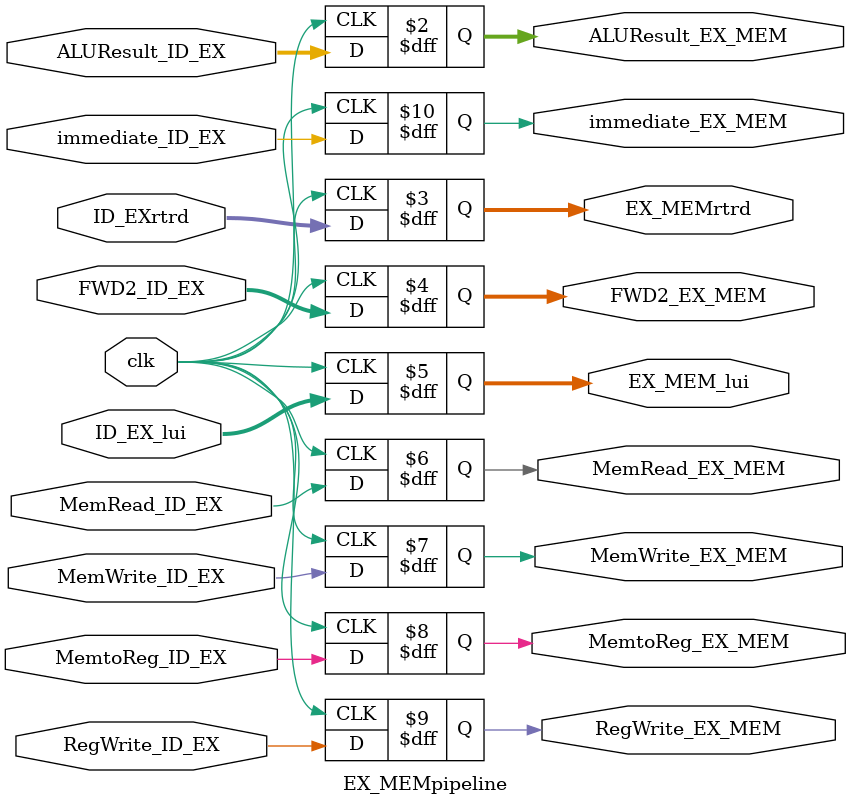
<source format=v>
`timescale 1ns / 1ps

module EX_MEMpipeline(
input clk,
input [31:0] ALUResult_ID_EX,
input [4:0] ID_EXrtrd,
input [31:0] FWD2_ID_EX,
input [31:0] ID_EX_lui,

input   MemRead_ID_EX,MemWrite_ID_EX,
input MemtoReg_ID_EX,RegWrite_ID_EX,
input immediate_ID_EX,

output reg [31:0] ALUResult_EX_MEM,
output reg [4:0] EX_MEMrtrd,
output reg [31:0] FWD2_EX_MEM,
output reg [31:0] EX_MEM_lui,

output reg MemRead_EX_MEM,
output reg MemWrite_EX_MEM,
output reg  MemtoReg_EX_MEM,
output reg RegWrite_EX_MEM,
output reg immediate_EX_MEM
    );
    
    always @(posedge clk)
    begin
        ALUResult_EX_MEM = ALUResult_ID_EX;
        EX_MEMrtrd = ID_EXrtrd;
        FWD2_EX_MEM = FWD2_ID_EX;
        EX_MEM_lui = ID_EX_lui;
        MemRead_EX_MEM = MemRead_ID_EX;
        MemWrite_EX_MEM = MemWrite_ID_EX;
        MemtoReg_EX_MEM = MemtoReg_ID_EX;
        RegWrite_EX_MEM = RegWrite_ID_EX;
        immediate_EX_MEM = immediate_ID_EX;
    end
    
endmodule


</source>
